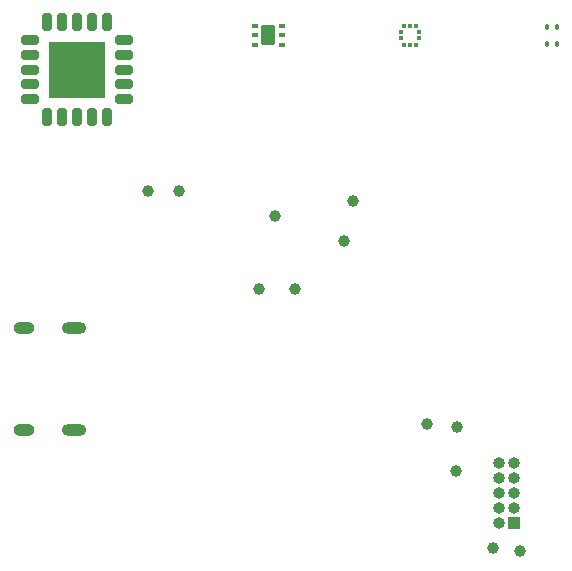
<source format=gbs>
G04 #@! TF.GenerationSoftware,KiCad,Pcbnew,7.0.9*
G04 #@! TF.CreationDate,2023-12-09T12:26:50+01:00*
G04 #@! TF.ProjectId,AirMonitor,4169724d-6f6e-4697-946f-722e6b696361,1.0.0*
G04 #@! TF.SameCoordinates,Original*
G04 #@! TF.FileFunction,Soldermask,Bot*
G04 #@! TF.FilePolarity,Negative*
%FSLAX46Y46*%
G04 Gerber Fmt 4.6, Leading zero omitted, Abs format (unit mm)*
G04 Created by KiCad (PCBNEW 7.0.9) date 2023-12-09 12:26:50*
%MOMM*%
%LPD*%
G01*
G04 APERTURE LIST*
G04 Aperture macros list*
%AMRoundRect*
0 Rectangle with rounded corners*
0 $1 Rounding radius*
0 $2 $3 $4 $5 $6 $7 $8 $9 X,Y pos of 4 corners*
0 Add a 4 corners polygon primitive as box body*
4,1,4,$2,$3,$4,$5,$6,$7,$8,$9,$2,$3,0*
0 Add four circle primitives for the rounded corners*
1,1,$1+$1,$2,$3*
1,1,$1+$1,$4,$5*
1,1,$1+$1,$6,$7*
1,1,$1+$1,$8,$9*
0 Add four rect primitives between the rounded corners*
20,1,$1+$1,$2,$3,$4,$5,0*
20,1,$1+$1,$4,$5,$6,$7,0*
20,1,$1+$1,$6,$7,$8,$9,0*
20,1,$1+$1,$8,$9,$2,$3,0*%
G04 Aperture macros list end*
%ADD10C,1.000000*%
%ADD11O,2.100000X1.000000*%
%ADD12O,1.800000X1.000000*%
%ADD13R,1.000000X1.000000*%
%ADD14O,1.000000X1.000000*%
%ADD15RoundRect,0.040000X0.235000X-0.160000X0.235000X0.160000X-0.235000X0.160000X-0.235000X-0.160000X0*%
%ADD16RoundRect,0.125000X0.500000X0.725000X-0.500000X0.725000X-0.500000X-0.725000X0.500000X-0.725000X0*%
%ADD17RoundRect,0.030000X0.132500X-0.120000X0.132500X0.120000X-0.132500X0.120000X-0.132500X-0.120000X0*%
%ADD18RoundRect,0.030000X-0.120000X-0.132500X0.120000X-0.132500X0.120000X0.132500X-0.120000X0.132500X0*%
%ADD19RoundRect,0.200000X0.550000X-0.200000X0.550000X0.200000X-0.550000X0.200000X-0.550000X-0.200000X0*%
%ADD20RoundRect,0.200000X-0.200000X-0.550000X0.200000X-0.550000X0.200000X0.550000X-0.200000X0.550000X0*%
%ADD21RoundRect,0.200000X0.200000X0.550000X-0.200000X0.550000X-0.200000X-0.550000X0.200000X-0.550000X0*%
%ADD22RoundRect,0.240000X2.160000X2.160000X-2.160000X2.160000X-2.160000X-2.160000X2.160000X-2.160000X0*%
%ADD23RoundRect,0.075000X-0.075000X0.175000X-0.075000X-0.175000X0.075000X-0.175000X0.075000X0.175000X0*%
G04 APERTURE END LIST*
D10*
X137400000Y-148400000D03*
D11*
X105012500Y-136250000D03*
D12*
X100832500Y-136280000D03*
D11*
X105012500Y-144920000D03*
D12*
X100832500Y-144920000D03*
D10*
X120700000Y-133000000D03*
X142800000Y-155200000D03*
X122100000Y-126800000D03*
X137500000Y-144700000D03*
X140500000Y-154900000D03*
X127900000Y-128900000D03*
X123750000Y-133000000D03*
X128700000Y-125500000D03*
X111300000Y-124700000D03*
X113900000Y-124700000D03*
X134900000Y-144400000D03*
D13*
X142270000Y-152830000D03*
D14*
X141000000Y-152830000D03*
X142270000Y-151560000D03*
X141000000Y-151560000D03*
X142270000Y-150290000D03*
X141000000Y-150290000D03*
X142270000Y-149020000D03*
X141000000Y-149020000D03*
X142270000Y-147750000D03*
X141000000Y-147750000D03*
D15*
X122650000Y-110700000D03*
X122650000Y-111500000D03*
X122650000Y-112300000D03*
X120350000Y-112300000D03*
X120350000Y-111500000D03*
X120350000Y-110700000D03*
D16*
X121500000Y-111500000D03*
D17*
X132750000Y-111750000D03*
X132750000Y-111250000D03*
D18*
X133000000Y-110725000D03*
X133500000Y-110725000D03*
X134000000Y-110725000D03*
D17*
X134250000Y-111250000D03*
X134250000Y-111750000D03*
D18*
X134000000Y-112275000D03*
X133500000Y-112275000D03*
X133000000Y-112275000D03*
D19*
X109300000Y-111900000D03*
X109300000Y-113150000D03*
X109300000Y-114400000D03*
X109300000Y-115650000D03*
X109300000Y-116900000D03*
D20*
X107800000Y-118400000D03*
X106550000Y-118400000D03*
X105300000Y-118400000D03*
X104050000Y-118400000D03*
X102800000Y-118400000D03*
D19*
X101300000Y-116900000D03*
X101300000Y-115650000D03*
X101300000Y-114400000D03*
X101300000Y-113150000D03*
X101300000Y-111900000D03*
D21*
X102800000Y-110400000D03*
X104050000Y-110400000D03*
X105300000Y-110400000D03*
X106550000Y-110400000D03*
X107800000Y-110400000D03*
D22*
X105300000Y-114400000D03*
D23*
X145100000Y-110800000D03*
X145900000Y-110800000D03*
X145900000Y-112200000D03*
X145100000Y-112200000D03*
M02*

</source>
